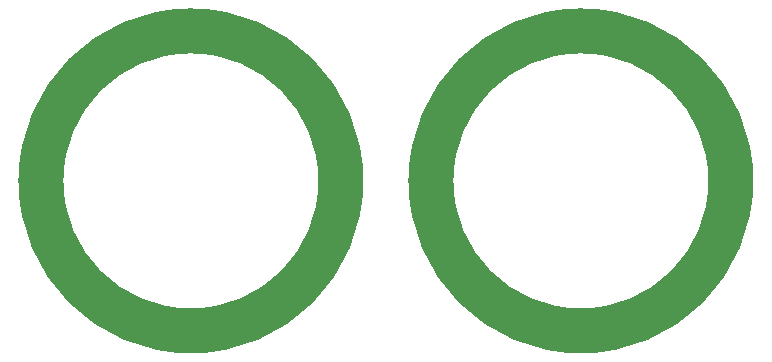
<source format=gbr>
%FSLAX34Y34*%
%MOIN*%
%ADD10C,0.15*%
D10*
G75*
G03*
X0Y0I-5000D01*
X3000Y0D02*
G02*
X3000Y0I5000D01*
M02*

</source>
